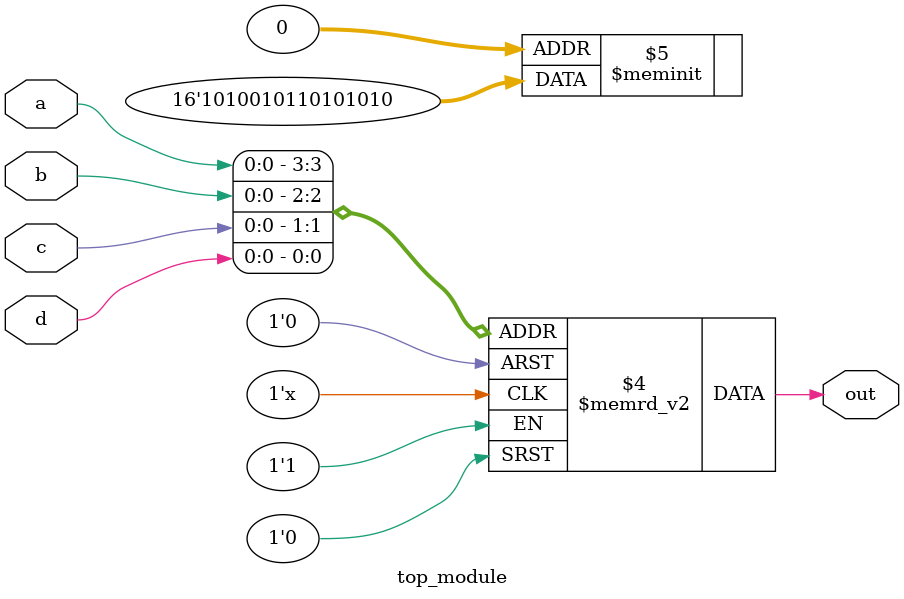
<source format=sv>
module top_module(
  input a,
  input b,
  input c,
  input d,
  output reg out
);

  always @(*) begin
    case({a, b, c, d})
      4'b0000: out = 1'b0;
      4'b0001: out = 1'b1;
      4'b0010: out = 1'b0;
      4'b0011: out = 1'b1;
      4'b0100: out = 1'b0;
      4'b0101: out = 1'b1;
      4'b0110: out = 1'b0;
      4'b0111: out = 1'b1;
      4'b1000: out = 1'b1;
      4'b1001: out = 1'b0;
      4'b1010: out = 1'b1;
      4'b1011: out = 1'b0;
      4'b1100: out = 1'b0;
      4'b1101: out = 1'b1;
      4'b1110: out = 1'b0;
      4'b1111: out = 1'b1;
    endcase
  end

endmodule

</source>
